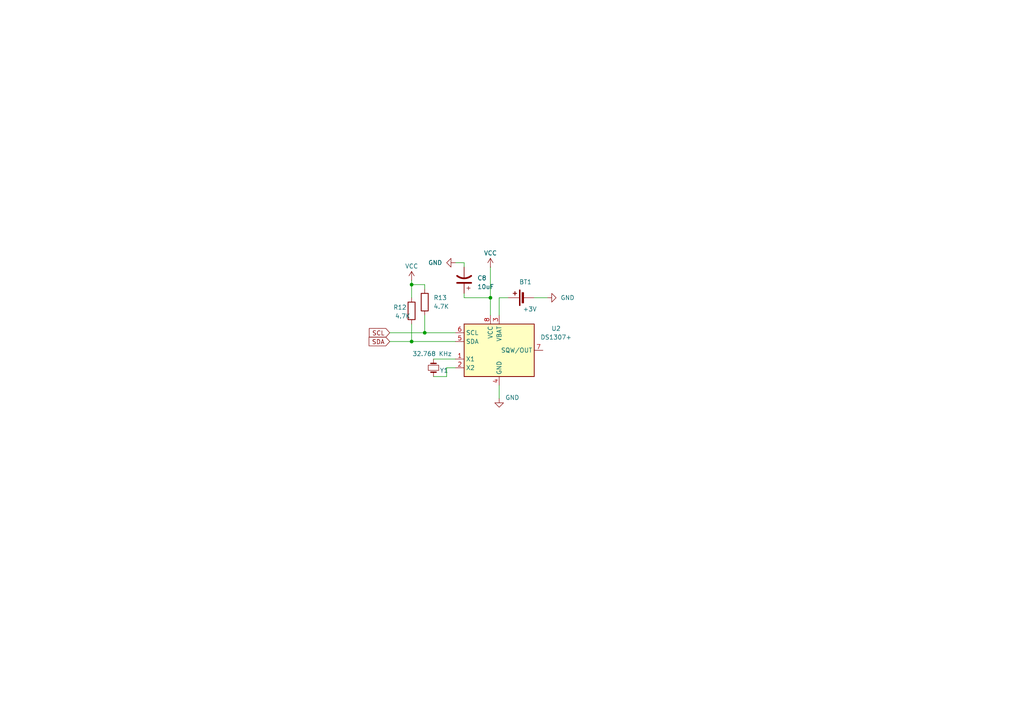
<source format=kicad_sch>
(kicad_sch
	(version 20231120)
	(generator "eeschema")
	(generator_version "8.0")
	(uuid "b999c935-8981-462f-977e-d209041133c1")
	(paper "A4")
	(lib_symbols
		(symbol "Device:Battery_Cell"
			(pin_numbers hide)
			(pin_names
				(offset 0) hide)
			(exclude_from_sim no)
			(in_bom yes)
			(on_board yes)
			(property "Reference" "BT"
				(at 2.54 2.54 0)
				(effects
					(font
						(size 1.27 1.27)
					)
					(justify left)
				)
			)
			(property "Value" "Battery_Cell"
				(at 2.54 0 0)
				(effects
					(font
						(size 1.27 1.27)
					)
					(justify left)
				)
			)
			(property "Footprint" ""
				(at 0 1.524 90)
				(effects
					(font
						(size 1.27 1.27)
					)
					(hide yes)
				)
			)
			(property "Datasheet" "~"
				(at 0 1.524 90)
				(effects
					(font
						(size 1.27 1.27)
					)
					(hide yes)
				)
			)
			(property "Description" "Single-cell battery"
				(at 0 0 0)
				(effects
					(font
						(size 1.27 1.27)
					)
					(hide yes)
				)
			)
			(property "ki_keywords" "battery cell"
				(at 0 0 0)
				(effects
					(font
						(size 1.27 1.27)
					)
					(hide yes)
				)
			)
			(symbol "Battery_Cell_0_1"
				(rectangle
					(start -2.286 1.778)
					(end 2.286 1.524)
					(stroke
						(width 0)
						(type default)
					)
					(fill
						(type outline)
					)
				)
				(rectangle
					(start -1.524 1.016)
					(end 1.524 0.508)
					(stroke
						(width 0)
						(type default)
					)
					(fill
						(type outline)
					)
				)
				(polyline
					(pts
						(xy 0 0.762) (xy 0 0)
					)
					(stroke
						(width 0)
						(type default)
					)
					(fill
						(type none)
					)
				)
				(polyline
					(pts
						(xy 0 1.778) (xy 0 2.54)
					)
					(stroke
						(width 0)
						(type default)
					)
					(fill
						(type none)
					)
				)
				(polyline
					(pts
						(xy 0.762 3.048) (xy 1.778 3.048)
					)
					(stroke
						(width 0.254)
						(type default)
					)
					(fill
						(type none)
					)
				)
				(polyline
					(pts
						(xy 1.27 3.556) (xy 1.27 2.54)
					)
					(stroke
						(width 0.254)
						(type default)
					)
					(fill
						(type none)
					)
				)
			)
			(symbol "Battery_Cell_1_1"
				(pin passive line
					(at 0 5.08 270)
					(length 2.54)
					(name "+"
						(effects
							(font
								(size 1.27 1.27)
							)
						)
					)
					(number "1"
						(effects
							(font
								(size 1.27 1.27)
							)
						)
					)
				)
				(pin passive line
					(at 0 -2.54 90)
					(length 2.54)
					(name "-"
						(effects
							(font
								(size 1.27 1.27)
							)
						)
					)
					(number "2"
						(effects
							(font
								(size 1.27 1.27)
							)
						)
					)
				)
			)
		)
		(symbol "Device:C_Polarized_US"
			(pin_numbers hide)
			(pin_names
				(offset 0.254) hide)
			(exclude_from_sim no)
			(in_bom yes)
			(on_board yes)
			(property "Reference" "C"
				(at 0.635 2.54 0)
				(effects
					(font
						(size 1.27 1.27)
					)
					(justify left)
				)
			)
			(property "Value" "C_Polarized_US"
				(at 0.635 -2.54 0)
				(effects
					(font
						(size 1.27 1.27)
					)
					(justify left)
				)
			)
			(property "Footprint" ""
				(at 0 0 0)
				(effects
					(font
						(size 1.27 1.27)
					)
					(hide yes)
				)
			)
			(property "Datasheet" "~"
				(at 0 0 0)
				(effects
					(font
						(size 1.27 1.27)
					)
					(hide yes)
				)
			)
			(property "Description" "Polarized capacitor, US symbol"
				(at 0 0 0)
				(effects
					(font
						(size 1.27 1.27)
					)
					(hide yes)
				)
			)
			(property "ki_keywords" "cap capacitor"
				(at 0 0 0)
				(effects
					(font
						(size 1.27 1.27)
					)
					(hide yes)
				)
			)
			(property "ki_fp_filters" "CP_*"
				(at 0 0 0)
				(effects
					(font
						(size 1.27 1.27)
					)
					(hide yes)
				)
			)
			(symbol "C_Polarized_US_0_1"
				(polyline
					(pts
						(xy -2.032 0.762) (xy 2.032 0.762)
					)
					(stroke
						(width 0.508)
						(type default)
					)
					(fill
						(type none)
					)
				)
				(polyline
					(pts
						(xy -1.778 2.286) (xy -0.762 2.286)
					)
					(stroke
						(width 0)
						(type default)
					)
					(fill
						(type none)
					)
				)
				(polyline
					(pts
						(xy -1.27 1.778) (xy -1.27 2.794)
					)
					(stroke
						(width 0)
						(type default)
					)
					(fill
						(type none)
					)
				)
				(arc
					(start 2.032 -1.27)
					(mid 0 -0.5572)
					(end -2.032 -1.27)
					(stroke
						(width 0.508)
						(type default)
					)
					(fill
						(type none)
					)
				)
			)
			(symbol "C_Polarized_US_1_1"
				(pin passive line
					(at 0 3.81 270)
					(length 2.794)
					(name "~"
						(effects
							(font
								(size 1.27 1.27)
							)
						)
					)
					(number "1"
						(effects
							(font
								(size 1.27 1.27)
							)
						)
					)
				)
				(pin passive line
					(at 0 -3.81 90)
					(length 3.302)
					(name "~"
						(effects
							(font
								(size 1.27 1.27)
							)
						)
					)
					(number "2"
						(effects
							(font
								(size 1.27 1.27)
							)
						)
					)
				)
			)
		)
		(symbol "Device:Crystal_Small"
			(pin_numbers hide)
			(pin_names
				(offset 1.016) hide)
			(exclude_from_sim no)
			(in_bom yes)
			(on_board yes)
			(property "Reference" "Y"
				(at 0 2.54 0)
				(effects
					(font
						(size 1.27 1.27)
					)
				)
			)
			(property "Value" "Crystal_Small"
				(at 0 -2.54 0)
				(effects
					(font
						(size 1.27 1.27)
					)
				)
			)
			(property "Footprint" ""
				(at 0 0 0)
				(effects
					(font
						(size 1.27 1.27)
					)
					(hide yes)
				)
			)
			(property "Datasheet" "~"
				(at 0 0 0)
				(effects
					(font
						(size 1.27 1.27)
					)
					(hide yes)
				)
			)
			(property "Description" "Two pin crystal, small symbol"
				(at 0 0 0)
				(effects
					(font
						(size 1.27 1.27)
					)
					(hide yes)
				)
			)
			(property "ki_keywords" "quartz ceramic resonator oscillator"
				(at 0 0 0)
				(effects
					(font
						(size 1.27 1.27)
					)
					(hide yes)
				)
			)
			(property "ki_fp_filters" "Crystal*"
				(at 0 0 0)
				(effects
					(font
						(size 1.27 1.27)
					)
					(hide yes)
				)
			)
			(symbol "Crystal_Small_0_1"
				(rectangle
					(start -0.762 -1.524)
					(end 0.762 1.524)
					(stroke
						(width 0)
						(type default)
					)
					(fill
						(type none)
					)
				)
				(polyline
					(pts
						(xy -1.27 -0.762) (xy -1.27 0.762)
					)
					(stroke
						(width 0.381)
						(type default)
					)
					(fill
						(type none)
					)
				)
				(polyline
					(pts
						(xy 1.27 -0.762) (xy 1.27 0.762)
					)
					(stroke
						(width 0.381)
						(type default)
					)
					(fill
						(type none)
					)
				)
			)
			(symbol "Crystal_Small_1_1"
				(pin passive line
					(at -2.54 0 0)
					(length 1.27)
					(name "1"
						(effects
							(font
								(size 1.27 1.27)
							)
						)
					)
					(number "1"
						(effects
							(font
								(size 1.27 1.27)
							)
						)
					)
				)
				(pin passive line
					(at 2.54 0 180)
					(length 1.27)
					(name "2"
						(effects
							(font
								(size 1.27 1.27)
							)
						)
					)
					(number "2"
						(effects
							(font
								(size 1.27 1.27)
							)
						)
					)
				)
			)
		)
		(symbol "Device:R"
			(pin_numbers hide)
			(pin_names
				(offset 0)
			)
			(exclude_from_sim no)
			(in_bom yes)
			(on_board yes)
			(property "Reference" "R"
				(at 2.032 0 90)
				(effects
					(font
						(size 1.27 1.27)
					)
				)
			)
			(property "Value" "R"
				(at 0 0 90)
				(effects
					(font
						(size 1.27 1.27)
					)
				)
			)
			(property "Footprint" ""
				(at -1.778 0 90)
				(effects
					(font
						(size 1.27 1.27)
					)
					(hide yes)
				)
			)
			(property "Datasheet" "~"
				(at 0 0 0)
				(effects
					(font
						(size 1.27 1.27)
					)
					(hide yes)
				)
			)
			(property "Description" "Resistor"
				(at 0 0 0)
				(effects
					(font
						(size 1.27 1.27)
					)
					(hide yes)
				)
			)
			(property "ki_keywords" "R res resistor"
				(at 0 0 0)
				(effects
					(font
						(size 1.27 1.27)
					)
					(hide yes)
				)
			)
			(property "ki_fp_filters" "R_*"
				(at 0 0 0)
				(effects
					(font
						(size 1.27 1.27)
					)
					(hide yes)
				)
			)
			(symbol "R_0_1"
				(rectangle
					(start -1.016 -2.54)
					(end 1.016 2.54)
					(stroke
						(width 0.254)
						(type default)
					)
					(fill
						(type none)
					)
				)
			)
			(symbol "R_1_1"
				(pin passive line
					(at 0 3.81 270)
					(length 1.27)
					(name "~"
						(effects
							(font
								(size 1.27 1.27)
							)
						)
					)
					(number "1"
						(effects
							(font
								(size 1.27 1.27)
							)
						)
					)
				)
				(pin passive line
					(at 0 -3.81 90)
					(length 1.27)
					(name "~"
						(effects
							(font
								(size 1.27 1.27)
							)
						)
					)
					(number "2"
						(effects
							(font
								(size 1.27 1.27)
							)
						)
					)
				)
			)
		)
		(symbol "Timer_RTC:DS1307+"
			(exclude_from_sim no)
			(in_bom yes)
			(on_board yes)
			(property "Reference" "U"
				(at -8.89 8.89 0)
				(effects
					(font
						(size 1.27 1.27)
					)
				)
			)
			(property "Value" "DS1307+"
				(at 1.27 8.89 0)
				(effects
					(font
						(size 1.27 1.27)
					)
					(justify left)
				)
			)
			(property "Footprint" "Package_DIP:DIP-8_W7.62mm"
				(at 0 -12.7 0)
				(effects
					(font
						(size 1.27 1.27)
					)
					(hide yes)
				)
			)
			(property "Datasheet" "https://datasheets.maximintegrated.com/en/ds/DS1307.pdf"
				(at 0 -5.08 0)
				(effects
					(font
						(size 1.27 1.27)
					)
					(hide yes)
				)
			)
			(property "Description" "64 x 8, Serial, I2C Real-time clock, 4.5V to 5.5V VCC, 0°C to +70°C, DIP-8"
				(at 0 0 0)
				(effects
					(font
						(size 1.27 1.27)
					)
					(hide yes)
				)
			)
			(property "ki_keywords" "RTC, Trickle-Charge Timekeeping Chip"
				(at 0 0 0)
				(effects
					(font
						(size 1.27 1.27)
					)
					(hide yes)
				)
			)
			(property "ki_fp_filters" "DIP*W7.62mm*"
				(at 0 0 0)
				(effects
					(font
						(size 1.27 1.27)
					)
					(hide yes)
				)
			)
			(symbol "DS1307+_0_1"
				(rectangle
					(start -10.16 7.62)
					(end 10.16 -7.62)
					(stroke
						(width 0.254)
						(type default)
					)
					(fill
						(type background)
					)
				)
			)
			(symbol "DS1307+_1_1"
				(pin input line
					(at -12.7 -2.54 0)
					(length 2.54)
					(name "X1"
						(effects
							(font
								(size 1.27 1.27)
							)
						)
					)
					(number "1"
						(effects
							(font
								(size 1.27 1.27)
							)
						)
					)
				)
				(pin input line
					(at -12.7 -5.08 0)
					(length 2.54)
					(name "X2"
						(effects
							(font
								(size 1.27 1.27)
							)
						)
					)
					(number "2"
						(effects
							(font
								(size 1.27 1.27)
							)
						)
					)
				)
				(pin power_in line
					(at 0 10.16 270)
					(length 2.54)
					(name "VBAT"
						(effects
							(font
								(size 1.27 1.27)
							)
						)
					)
					(number "3"
						(effects
							(font
								(size 1.27 1.27)
							)
						)
					)
				)
				(pin power_in line
					(at 0 -10.16 90)
					(length 2.54)
					(name "GND"
						(effects
							(font
								(size 1.27 1.27)
							)
						)
					)
					(number "4"
						(effects
							(font
								(size 1.27 1.27)
							)
						)
					)
				)
				(pin bidirectional line
					(at -12.7 2.54 0)
					(length 2.54)
					(name "SDA"
						(effects
							(font
								(size 1.27 1.27)
							)
						)
					)
					(number "5"
						(effects
							(font
								(size 1.27 1.27)
							)
						)
					)
				)
				(pin input line
					(at -12.7 5.08 0)
					(length 2.54)
					(name "SCL"
						(effects
							(font
								(size 1.27 1.27)
							)
						)
					)
					(number "6"
						(effects
							(font
								(size 1.27 1.27)
							)
						)
					)
				)
				(pin open_collector line
					(at 12.7 0 180)
					(length 2.54)
					(name "SQW/OUT"
						(effects
							(font
								(size 1.27 1.27)
							)
						)
					)
					(number "7"
						(effects
							(font
								(size 1.27 1.27)
							)
						)
					)
				)
				(pin power_in line
					(at -2.54 10.16 270)
					(length 2.54)
					(name "VCC"
						(effects
							(font
								(size 1.27 1.27)
							)
						)
					)
					(number "8"
						(effects
							(font
								(size 1.27 1.27)
							)
						)
					)
				)
			)
		)
		(symbol "power:GND"
			(power)
			(pin_numbers hide)
			(pin_names
				(offset 0) hide)
			(exclude_from_sim no)
			(in_bom yes)
			(on_board yes)
			(property "Reference" "#PWR"
				(at 0 -6.35 0)
				(effects
					(font
						(size 1.27 1.27)
					)
					(hide yes)
				)
			)
			(property "Value" "GND"
				(at 0 -3.81 0)
				(effects
					(font
						(size 1.27 1.27)
					)
				)
			)
			(property "Footprint" ""
				(at 0 0 0)
				(effects
					(font
						(size 1.27 1.27)
					)
					(hide yes)
				)
			)
			(property "Datasheet" ""
				(at 0 0 0)
				(effects
					(font
						(size 1.27 1.27)
					)
					(hide yes)
				)
			)
			(property "Description" "Power symbol creates a global label with name \"GND\" , ground"
				(at 0 0 0)
				(effects
					(font
						(size 1.27 1.27)
					)
					(hide yes)
				)
			)
			(property "ki_keywords" "global power"
				(at 0 0 0)
				(effects
					(font
						(size 1.27 1.27)
					)
					(hide yes)
				)
			)
			(symbol "GND_0_1"
				(polyline
					(pts
						(xy 0 0) (xy 0 -1.27) (xy 1.27 -1.27) (xy 0 -2.54) (xy -1.27 -1.27) (xy 0 -1.27)
					)
					(stroke
						(width 0)
						(type default)
					)
					(fill
						(type none)
					)
				)
			)
			(symbol "GND_1_1"
				(pin power_in line
					(at 0 0 270)
					(length 0)
					(name "~"
						(effects
							(font
								(size 1.27 1.27)
							)
						)
					)
					(number "1"
						(effects
							(font
								(size 1.27 1.27)
							)
						)
					)
				)
			)
		)
		(symbol "power:VCC"
			(power)
			(pin_numbers hide)
			(pin_names
				(offset 0) hide)
			(exclude_from_sim no)
			(in_bom yes)
			(on_board yes)
			(property "Reference" "#PWR"
				(at 0 -3.81 0)
				(effects
					(font
						(size 1.27 1.27)
					)
					(hide yes)
				)
			)
			(property "Value" "VCC"
				(at 0 3.556 0)
				(effects
					(font
						(size 1.27 1.27)
					)
				)
			)
			(property "Footprint" ""
				(at 0 0 0)
				(effects
					(font
						(size 1.27 1.27)
					)
					(hide yes)
				)
			)
			(property "Datasheet" ""
				(at 0 0 0)
				(effects
					(font
						(size 1.27 1.27)
					)
					(hide yes)
				)
			)
			(property "Description" "Power symbol creates a global label with name \"VCC\""
				(at 0 0 0)
				(effects
					(font
						(size 1.27 1.27)
					)
					(hide yes)
				)
			)
			(property "ki_keywords" "global power"
				(at 0 0 0)
				(effects
					(font
						(size 1.27 1.27)
					)
					(hide yes)
				)
			)
			(symbol "VCC_0_1"
				(polyline
					(pts
						(xy -0.762 1.27) (xy 0 2.54)
					)
					(stroke
						(width 0)
						(type default)
					)
					(fill
						(type none)
					)
				)
				(polyline
					(pts
						(xy 0 0) (xy 0 2.54)
					)
					(stroke
						(width 0)
						(type default)
					)
					(fill
						(type none)
					)
				)
				(polyline
					(pts
						(xy 0 2.54) (xy 0.762 1.27)
					)
					(stroke
						(width 0)
						(type default)
					)
					(fill
						(type none)
					)
				)
			)
			(symbol "VCC_1_1"
				(pin power_in line
					(at 0 0 90)
					(length 0)
					(name "~"
						(effects
							(font
								(size 1.27 1.27)
							)
						)
					)
					(number "1"
						(effects
							(font
								(size 1.27 1.27)
							)
						)
					)
				)
			)
		)
	)
	(junction
		(at 119.38 99.06)
		(diameter 0)
		(color 0 0 0 0)
		(uuid "1dee9535-baf4-4f84-84ae-ff83de6a5faa")
	)
	(junction
		(at 123.19 96.52)
		(diameter 0)
		(color 0 0 0 0)
		(uuid "7e6415e5-43ea-49dc-b084-bbe196d37833")
	)
	(junction
		(at 142.24 86.36)
		(diameter 0)
		(color 0 0 0 0)
		(uuid "8305e51a-ddcd-4532-90e5-606a29877d42")
	)
	(junction
		(at 119.38 82.55)
		(diameter 0)
		(color 0 0 0 0)
		(uuid "8df23ab0-add7-4f53-b8ec-26eb4a01b752")
	)
	(wire
		(pts
			(xy 113.03 99.06) (xy 119.38 99.06)
		)
		(stroke
			(width 0)
			(type default)
		)
		(uuid "1e26c7bb-a316-470c-854f-dcf9f3902b65")
	)
	(wire
		(pts
			(xy 142.24 77.47) (xy 142.24 86.36)
		)
		(stroke
			(width 0)
			(type default)
		)
		(uuid "261400f6-3089-4eec-91f8-b623e1042838")
	)
	(wire
		(pts
			(xy 123.19 83.82) (xy 123.19 82.55)
		)
		(stroke
			(width 0)
			(type default)
		)
		(uuid "39a35303-7076-4297-b4e9-10216aae6963")
	)
	(wire
		(pts
			(xy 125.73 104.14) (xy 132.08 104.14)
		)
		(stroke
			(width 0)
			(type default)
		)
		(uuid "439b0b48-ad95-4e7b-83d0-3b070c47c320")
	)
	(wire
		(pts
			(xy 132.08 76.2) (xy 134.62 76.2)
		)
		(stroke
			(width 0)
			(type default)
		)
		(uuid "51519a5e-4dab-4741-b39c-c31dc5491f04")
	)
	(wire
		(pts
			(xy 123.19 91.44) (xy 123.19 96.52)
		)
		(stroke
			(width 0)
			(type default)
		)
		(uuid "5c9aaf91-e742-4fd2-83f5-9fca684c54f9")
	)
	(wire
		(pts
			(xy 154.94 86.36) (xy 158.75 86.36)
		)
		(stroke
			(width 0)
			(type default)
		)
		(uuid "60303c6a-90a2-4c8f-b435-baad7e5adbb5")
	)
	(wire
		(pts
			(xy 144.78 111.76) (xy 144.78 115.57)
		)
		(stroke
			(width 0)
			(type default)
		)
		(uuid "63bb42dd-6ad5-4077-bde1-552c70382a8c")
	)
	(wire
		(pts
			(xy 134.62 76.2) (xy 134.62 77.47)
		)
		(stroke
			(width 0)
			(type default)
		)
		(uuid "67880078-5dc0-4549-82a5-21a8e91da97c")
	)
	(wire
		(pts
			(xy 119.38 93.98) (xy 119.38 99.06)
		)
		(stroke
			(width 0)
			(type default)
		)
		(uuid "73f88d8b-314f-41ec-af26-51f82ef8644b")
	)
	(wire
		(pts
			(xy 119.38 81.28) (xy 119.38 82.55)
		)
		(stroke
			(width 0)
			(type default)
		)
		(uuid "7993d08d-f14f-4f21-a36c-068c03329e53")
	)
	(wire
		(pts
			(xy 134.62 86.36) (xy 142.24 86.36)
		)
		(stroke
			(width 0)
			(type default)
		)
		(uuid "8a7a02ec-2e41-4897-bf91-5ec6c7989918")
	)
	(wire
		(pts
			(xy 144.78 86.36) (xy 144.78 91.44)
		)
		(stroke
			(width 0)
			(type default)
		)
		(uuid "8c52915e-fb7e-4cea-b51a-3966dd0cf47a")
	)
	(wire
		(pts
			(xy 134.62 85.09) (xy 134.62 86.36)
		)
		(stroke
			(width 0)
			(type default)
		)
		(uuid "93ba1a3b-9a96-417b-9c47-636e94ab8a0f")
	)
	(wire
		(pts
			(xy 113.03 96.52) (xy 123.19 96.52)
		)
		(stroke
			(width 0)
			(type default)
		)
		(uuid "98edaa35-ee0b-41b2-b240-1d9a0944295a")
	)
	(wire
		(pts
			(xy 119.38 99.06) (xy 132.08 99.06)
		)
		(stroke
			(width 0)
			(type default)
		)
		(uuid "9c750141-cc76-43dc-b75c-7ba246e897b1")
	)
	(wire
		(pts
			(xy 119.38 82.55) (xy 123.19 82.55)
		)
		(stroke
			(width 0)
			(type default)
		)
		(uuid "a83b46a3-99c1-456b-8dfd-17b923f363f1")
	)
	(wire
		(pts
			(xy 132.08 106.68) (xy 129.54 106.68)
		)
		(stroke
			(width 0)
			(type default)
		)
		(uuid "aa7a8e83-7df1-4107-bfac-e043d1e4d5a2")
	)
	(wire
		(pts
			(xy 119.38 82.55) (xy 119.38 86.36)
		)
		(stroke
			(width 0)
			(type default)
		)
		(uuid "adaec396-e58c-4a92-8c44-db8f34a13b38")
	)
	(wire
		(pts
			(xy 123.19 96.52) (xy 132.08 96.52)
		)
		(stroke
			(width 0)
			(type default)
		)
		(uuid "cf083a4c-afd5-4c1b-9423-668c58e26d3d")
	)
	(wire
		(pts
			(xy 147.32 86.36) (xy 144.78 86.36)
		)
		(stroke
			(width 0)
			(type default)
		)
		(uuid "d5784a5c-9d80-47cc-9067-47dbc1569f5c")
	)
	(wire
		(pts
			(xy 129.54 106.68) (xy 129.54 109.22)
		)
		(stroke
			(width 0)
			(type default)
		)
		(uuid "ebd20a67-187f-4bfd-9456-4ccce019b6ca")
	)
	(wire
		(pts
			(xy 142.24 86.36) (xy 142.24 91.44)
		)
		(stroke
			(width 0)
			(type default)
		)
		(uuid "f43fa541-d43f-4937-aeb8-02262cc5da9e")
	)
	(wire
		(pts
			(xy 129.54 109.22) (xy 125.73 109.22)
		)
		(stroke
			(width 0)
			(type default)
		)
		(uuid "f67cdc01-c149-4e03-b48b-1ff12f77f676")
	)
	(global_label "SCL"
		(shape input)
		(at 113.03 96.52 180)
		(fields_autoplaced yes)
		(effects
			(font
				(size 1.27 1.27)
			)
			(justify right)
		)
		(uuid "90f26a02-3960-4fc6-b187-c52e508b35ed")
		(property "Intersheetrefs" "${INTERSHEET_REFS}"
			(at 106.5372 96.52 0)
			(effects
				(font
					(size 1.27 1.27)
				)
				(justify right)
				(hide yes)
			)
		)
	)
	(global_label "SDA"
		(shape input)
		(at 113.03 99.06 180)
		(fields_autoplaced yes)
		(effects
			(font
				(size 1.27 1.27)
			)
			(justify right)
		)
		(uuid "f801f306-6746-43fb-8174-7fc840c85841")
		(property "Intersheetrefs" "${INTERSHEET_REFS}"
			(at 106.4767 99.06 0)
			(effects
				(font
					(size 1.27 1.27)
				)
				(justify right)
				(hide yes)
			)
		)
	)
	(symbol
		(lib_id "power:GND")
		(at 132.08 76.2 270)
		(unit 1)
		(exclude_from_sim no)
		(in_bom yes)
		(on_board yes)
		(dnp no)
		(fields_autoplaced yes)
		(uuid "00085c16-029b-442f-a010-0d2466efbec8")
		(property "Reference" "#PWR011"
			(at 125.73 76.2 0)
			(effects
				(font
					(size 1.27 1.27)
				)
				(hide yes)
			)
		)
		(property "Value" "GND"
			(at 128.27 76.2001 90)
			(effects
				(font
					(size 1.27 1.27)
				)
				(justify right)
			)
		)
		(property "Footprint" ""
			(at 132.08 76.2 0)
			(effects
				(font
					(size 1.27 1.27)
				)
				(hide yes)
			)
		)
		(property "Datasheet" ""
			(at 132.08 76.2 0)
			(effects
				(font
					(size 1.27 1.27)
				)
				(hide yes)
			)
		)
		(property "Description" "Power symbol creates a global label with name \"GND\" , ground"
			(at 132.08 76.2 0)
			(effects
				(font
					(size 1.27 1.27)
				)
				(hide yes)
			)
		)
		(pin "1"
			(uuid "00e0bba2-9cf7-44ae-a679-580da9e4a27d")
		)
		(instances
			(project "school automatic bell"
				(path "/67588057-4a04-410a-b058-5e444541d633/f9fa0f28-ce15-424e-a9dd-6439f935c124"
					(reference "#PWR011")
					(unit 1)
				)
			)
		)
	)
	(symbol
		(lib_id "power:VCC")
		(at 119.38 81.28 0)
		(unit 1)
		(exclude_from_sim no)
		(in_bom yes)
		(on_board yes)
		(dnp no)
		(uuid "0ad9f75c-ba98-4541-b740-6c539a50c014")
		(property "Reference" "#PWR07"
			(at 119.38 85.09 0)
			(effects
				(font
					(size 1.27 1.27)
				)
				(hide yes)
			)
		)
		(property "Value" "VCC"
			(at 119.38 77.216 0)
			(effects
				(font
					(size 1.27 1.27)
				)
			)
		)
		(property "Footprint" ""
			(at 119.38 81.28 0)
			(effects
				(font
					(size 1.27 1.27)
				)
				(hide yes)
			)
		)
		(property "Datasheet" ""
			(at 119.38 81.28 0)
			(effects
				(font
					(size 1.27 1.27)
				)
				(hide yes)
			)
		)
		(property "Description" "Power symbol creates a global label with name \"VCC\""
			(at 119.38 81.28 0)
			(effects
				(font
					(size 1.27 1.27)
				)
				(hide yes)
			)
		)
		(pin "1"
			(uuid "142e9df7-3ae4-47a2-b7af-c36b1f271d0a")
		)
		(instances
			(project "school automatic bell"
				(path "/67588057-4a04-410a-b058-5e444541d633/f9fa0f28-ce15-424e-a9dd-6439f935c124"
					(reference "#PWR07")
					(unit 1)
				)
			)
		)
	)
	(symbol
		(lib_id "Device:R")
		(at 123.19 87.63 0)
		(mirror y)
		(unit 1)
		(exclude_from_sim no)
		(in_bom yes)
		(on_board yes)
		(dnp no)
		(fields_autoplaced yes)
		(uuid "3542df85-3e16-4cbb-a6da-2f832e743ea3")
		(property "Reference" "R13"
			(at 125.73 86.3599 0)
			(effects
				(font
					(size 1.27 1.27)
				)
				(justify right)
			)
		)
		(property "Value" "4.7K"
			(at 125.73 88.8999 0)
			(effects
				(font
					(size 1.27 1.27)
				)
				(justify right)
			)
		)
		(property "Footprint" "Resistor_THT:R_Axial_DIN0207_L6.3mm_D2.5mm_P7.62mm_Horizontal"
			(at 124.968 87.63 90)
			(effects
				(font
					(size 1.27 1.27)
				)
				(hide yes)
			)
		)
		(property "Datasheet" "~"
			(at 123.19 87.63 0)
			(effects
				(font
					(size 1.27 1.27)
				)
				(hide yes)
			)
		)
		(property "Description" "Resistor"
			(at 123.19 87.63 0)
			(effects
				(font
					(size 1.27 1.27)
				)
				(hide yes)
			)
		)
		(pin "1"
			(uuid "22290f15-2a04-4409-9492-44046973870b")
		)
		(pin "2"
			(uuid "ba533d42-4577-4ac5-ba45-69dbe155909e")
		)
		(instances
			(project "school automatic bell"
				(path "/67588057-4a04-410a-b058-5e444541d633/f9fa0f28-ce15-424e-a9dd-6439f935c124"
					(reference "R13")
					(unit 1)
				)
			)
		)
	)
	(symbol
		(lib_id "power:GND")
		(at 158.75 86.36 90)
		(unit 1)
		(exclude_from_sim no)
		(in_bom yes)
		(on_board yes)
		(dnp no)
		(fields_autoplaced yes)
		(uuid "36c69dd1-1a0c-4d47-ac4a-9ec6a48297c0")
		(property "Reference" "#PWR024"
			(at 165.1 86.36 0)
			(effects
				(font
					(size 1.27 1.27)
				)
				(hide yes)
			)
		)
		(property "Value" "GND"
			(at 162.56 86.3599 90)
			(effects
				(font
					(size 1.27 1.27)
				)
				(justify right)
			)
		)
		(property "Footprint" ""
			(at 158.75 86.36 0)
			(effects
				(font
					(size 1.27 1.27)
				)
				(hide yes)
			)
		)
		(property "Datasheet" ""
			(at 158.75 86.36 0)
			(effects
				(font
					(size 1.27 1.27)
				)
				(hide yes)
			)
		)
		(property "Description" "Power symbol creates a global label with name \"GND\" , ground"
			(at 158.75 86.36 0)
			(effects
				(font
					(size 1.27 1.27)
				)
				(hide yes)
			)
		)
		(pin "1"
			(uuid "fb2b4b0d-a0a6-4efb-914a-c9a3a5bb2593")
		)
		(instances
			(project "school automatic bell"
				(path "/67588057-4a04-410a-b058-5e444541d633/f9fa0f28-ce15-424e-a9dd-6439f935c124"
					(reference "#PWR024")
					(unit 1)
				)
			)
		)
	)
	(symbol
		(lib_id "Device:R")
		(at 119.38 90.17 0)
		(mirror y)
		(unit 1)
		(exclude_from_sim no)
		(in_bom yes)
		(on_board yes)
		(dnp no)
		(uuid "3a153808-a437-4a37-bf87-28da55bb7fcc")
		(property "Reference" "R12"
			(at 114.046 89.154 0)
			(effects
				(font
					(size 1.27 1.27)
				)
				(justify right)
			)
		)
		(property "Value" "4.7K"
			(at 114.554 91.694 0)
			(effects
				(font
					(size 1.27 1.27)
				)
				(justify right)
			)
		)
		(property "Footprint" "Resistor_THT:R_Axial_DIN0207_L6.3mm_D2.5mm_P7.62mm_Horizontal"
			(at 121.158 90.17 90)
			(effects
				(font
					(size 1.27 1.27)
				)
				(hide yes)
			)
		)
		(property "Datasheet" "~"
			(at 119.38 90.17 0)
			(effects
				(font
					(size 1.27 1.27)
				)
				(hide yes)
			)
		)
		(property "Description" "Resistor"
			(at 119.38 90.17 0)
			(effects
				(font
					(size 1.27 1.27)
				)
				(hide yes)
			)
		)
		(pin "1"
			(uuid "73f1b8c3-6c9e-4c95-b53f-2e7aa9c44f9d")
		)
		(pin "2"
			(uuid "45572c8f-ef77-4307-ad4c-d81462ce71b8")
		)
		(instances
			(project "school automatic bell"
				(path "/67588057-4a04-410a-b058-5e444541d633/f9fa0f28-ce15-424e-a9dd-6439f935c124"
					(reference "R12")
					(unit 1)
				)
			)
		)
	)
	(symbol
		(lib_id "Device:C_Polarized_US")
		(at 134.62 81.28 180)
		(unit 1)
		(exclude_from_sim no)
		(in_bom yes)
		(on_board yes)
		(dnp no)
		(fields_autoplaced yes)
		(uuid "69d4c045-9954-48af-826b-dd1e4bf9a985")
		(property "Reference" "C8"
			(at 138.43 80.6449 0)
			(effects
				(font
					(size 1.27 1.27)
				)
				(justify right)
			)
		)
		(property "Value" "10uF"
			(at 138.43 83.1849 0)
			(effects
				(font
					(size 1.27 1.27)
				)
				(justify right)
			)
		)
		(property "Footprint" "Capacitor_THT:CP_Radial_Tantal_D7.0mm_P2.50mm"
			(at 134.62 81.28 0)
			(effects
				(font
					(size 1.27 1.27)
				)
				(hide yes)
			)
		)
		(property "Datasheet" "~"
			(at 134.62 81.28 0)
			(effects
				(font
					(size 1.27 1.27)
				)
				(hide yes)
			)
		)
		(property "Description" "Polarized capacitor, US symbol"
			(at 134.62 81.28 0)
			(effects
				(font
					(size 1.27 1.27)
				)
				(hide yes)
			)
		)
		(pin "1"
			(uuid "bad69972-ed6d-4136-9140-06ba05a4199f")
		)
		(pin "2"
			(uuid "993fcaff-8928-4615-8453-ba52c56f5630")
		)
		(instances
			(project "school automatic bell"
				(path "/67588057-4a04-410a-b058-5e444541d633/f9fa0f28-ce15-424e-a9dd-6439f935c124"
					(reference "C8")
					(unit 1)
				)
			)
		)
	)
	(symbol
		(lib_id "power:GND")
		(at 144.78 115.57 0)
		(unit 1)
		(exclude_from_sim no)
		(in_bom yes)
		(on_board yes)
		(dnp no)
		(uuid "7148e04e-e94b-4b9f-9eb4-11d4b4337b01")
		(property "Reference" "#PWR013"
			(at 144.78 121.92 0)
			(effects
				(font
					(size 1.27 1.27)
				)
				(hide yes)
			)
		)
		(property "Value" "GND"
			(at 148.59 115.316 0)
			(effects
				(font
					(size 1.27 1.27)
				)
			)
		)
		(property "Footprint" ""
			(at 144.78 115.57 0)
			(effects
				(font
					(size 1.27 1.27)
				)
				(hide yes)
			)
		)
		(property "Datasheet" ""
			(at 144.78 115.57 0)
			(effects
				(font
					(size 1.27 1.27)
				)
				(hide yes)
			)
		)
		(property "Description" "Power symbol creates a global label with name \"GND\" , ground"
			(at 144.78 115.57 0)
			(effects
				(font
					(size 1.27 1.27)
				)
				(hide yes)
			)
		)
		(pin "1"
			(uuid "cdaef348-6a75-49de-8127-f03abf2cf93b")
		)
		(instances
			(project "school automatic bell"
				(path "/67588057-4a04-410a-b058-5e444541d633/f9fa0f28-ce15-424e-a9dd-6439f935c124"
					(reference "#PWR013")
					(unit 1)
				)
			)
		)
	)
	(symbol
		(lib_id "Device:Battery_Cell")
		(at 152.4 86.36 90)
		(unit 1)
		(exclude_from_sim no)
		(in_bom yes)
		(on_board yes)
		(dnp no)
		(uuid "ad9433d5-e857-4911-8e38-186014c36466")
		(property "Reference" "BT1"
			(at 152.4 81.788 90)
			(effects
				(font
					(size 1.27 1.27)
				)
			)
		)
		(property "Value" "+3V"
			(at 153.67 89.662 90)
			(effects
				(font
					(size 1.27 1.27)
				)
			)
		)
		(property "Footprint" "Battery:Battery_Panasonic_CR2032-VS1N_Vertical_CircularHoles"
			(at 150.876 86.36 90)
			(effects
				(font
					(size 1.27 1.27)
				)
				(hide yes)
			)
		)
		(property "Datasheet" "~"
			(at 150.876 86.36 90)
			(effects
				(font
					(size 1.27 1.27)
				)
				(hide yes)
			)
		)
		(property "Description" "Single-cell battery"
			(at 152.4 86.36 0)
			(effects
				(font
					(size 1.27 1.27)
				)
				(hide yes)
			)
		)
		(pin "2"
			(uuid "dd030266-4616-49c9-acfd-0e777bc7a562")
		)
		(pin "1"
			(uuid "b19fbca5-14d2-483b-8e9d-825170377038")
		)
		(instances
			(project "school automatic bell"
				(path "/67588057-4a04-410a-b058-5e444541d633/f9fa0f28-ce15-424e-a9dd-6439f935c124"
					(reference "BT1")
					(unit 1)
				)
			)
		)
	)
	(symbol
		(lib_id "Device:Crystal_Small")
		(at 125.73 106.68 270)
		(unit 1)
		(exclude_from_sim no)
		(in_bom yes)
		(on_board yes)
		(dnp no)
		(uuid "c56279cc-84cf-4783-aee4-b7993e129221")
		(property "Reference" "Y1"
			(at 130.048 107.442 90)
			(effects
				(font
					(size 1.27 1.27)
				)
				(justify right)
			)
		)
		(property "Value" "32.768 KHz"
			(at 131.064 102.616 90)
			(effects
				(font
					(size 1.27 1.27)
				)
				(justify right)
			)
		)
		(property "Footprint" "Crystal:Crystal_C26-LF_D2.1mm_L6.5mm_Horizontal"
			(at 125.73 106.68 0)
			(effects
				(font
					(size 1.27 1.27)
				)
				(hide yes)
			)
		)
		(property "Datasheet" "~"
			(at 125.73 106.68 0)
			(effects
				(font
					(size 1.27 1.27)
				)
				(hide yes)
			)
		)
		(property "Description" "Two pin crystal, small symbol"
			(at 125.73 106.68 0)
			(effects
				(font
					(size 1.27 1.27)
				)
				(hide yes)
			)
		)
		(pin "2"
			(uuid "ed249952-5176-4e99-b016-a545ee6fa488")
		)
		(pin "1"
			(uuid "dd99e938-2a69-426a-8dae-aadef6658e15")
		)
		(instances
			(project "school automatic bell"
				(path "/67588057-4a04-410a-b058-5e444541d633/f9fa0f28-ce15-424e-a9dd-6439f935c124"
					(reference "Y1")
					(unit 1)
				)
			)
		)
	)
	(symbol
		(lib_id "power:VCC")
		(at 142.24 77.47 0)
		(unit 1)
		(exclude_from_sim no)
		(in_bom yes)
		(on_board yes)
		(dnp no)
		(uuid "cdfdc44b-f799-443f-b370-5e84a20ad1c9")
		(property "Reference" "#PWR012"
			(at 142.24 81.28 0)
			(effects
				(font
					(size 1.27 1.27)
				)
				(hide yes)
			)
		)
		(property "Value" "VCC"
			(at 142.24 73.406 0)
			(effects
				(font
					(size 1.27 1.27)
				)
			)
		)
		(property "Footprint" ""
			(at 142.24 77.47 0)
			(effects
				(font
					(size 1.27 1.27)
				)
				(hide yes)
			)
		)
		(property "Datasheet" ""
			(at 142.24 77.47 0)
			(effects
				(font
					(size 1.27 1.27)
				)
				(hide yes)
			)
		)
		(property "Description" "Power symbol creates a global label with name \"VCC\""
			(at 142.24 77.47 0)
			(effects
				(font
					(size 1.27 1.27)
				)
				(hide yes)
			)
		)
		(pin "1"
			(uuid "6e23cb60-715b-4773-9eb6-505eda7ba389")
		)
		(instances
			(project "school automatic bell"
				(path "/67588057-4a04-410a-b058-5e444541d633/f9fa0f28-ce15-424e-a9dd-6439f935c124"
					(reference "#PWR012")
					(unit 1)
				)
			)
		)
	)
	(symbol
		(lib_id "Timer_RTC:DS1307+")
		(at 144.78 101.6 0)
		(unit 1)
		(exclude_from_sim no)
		(in_bom yes)
		(on_board yes)
		(dnp no)
		(fields_autoplaced yes)
		(uuid "e8820b6c-8510-43fe-a7ee-32333cccf094")
		(property "Reference" "U2"
			(at 161.29 95.2814 0)
			(effects
				(font
					(size 1.27 1.27)
				)
			)
		)
		(property "Value" "DS1307+"
			(at 161.29 97.8214 0)
			(effects
				(font
					(size 1.27 1.27)
				)
			)
		)
		(property "Footprint" "Package_DIP:DIP-8_W7.62mm"
			(at 144.78 114.3 0)
			(effects
				(font
					(size 1.27 1.27)
				)
				(hide yes)
			)
		)
		(property "Datasheet" "https://datasheets.maximintegrated.com/en/ds/DS1307.pdf"
			(at 144.78 106.68 0)
			(effects
				(font
					(size 1.27 1.27)
				)
				(hide yes)
			)
		)
		(property "Description" "64 x 8, Serial, I2C Real-time clock, 4.5V to 5.5V VCC, 0°C to +70°C, DIP-8"
			(at 144.78 101.6 0)
			(effects
				(font
					(size 1.27 1.27)
				)
				(hide yes)
			)
		)
		(pin "6"
			(uuid "37327a64-7f42-4506-b54a-704be8607ba5")
		)
		(pin "2"
			(uuid "3168c07f-3643-4322-93cf-fd22ab83b40c")
		)
		(pin "7"
			(uuid "1b89207f-6b8c-4368-9686-18ccc4895e0d")
		)
		(pin "8"
			(uuid "94eb35a8-159a-4a8f-bda8-9ca3bbb73533")
		)
		(pin "1"
			(uuid "bb528c79-1b26-4b2f-91f1-0eb1b7c1d35f")
		)
		(pin "4"
			(uuid "bf63c9ee-a676-4a9c-a77e-4b257c9e5b1f")
		)
		(pin "3"
			(uuid "3a8d390e-9d34-4bed-8f2a-022d6aa1ca39")
		)
		(pin "5"
			(uuid "ab7eb772-b7f7-4253-a64e-bf6b9087b20e")
		)
		(instances
			(project "school automatic bell"
				(path "/67588057-4a04-410a-b058-5e444541d633/f9fa0f28-ce15-424e-a9dd-6439f935c124"
					(reference "U2")
					(unit 1)
				)
			)
		)
	)
)

</source>
